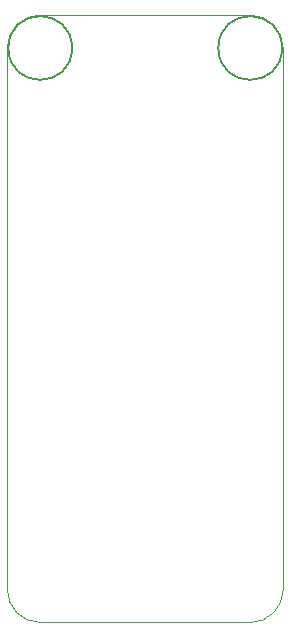
<source format=gbr>
%TF.GenerationSoftware,KiCad,Pcbnew,5.1.5+dfsg1-2~bpo10+1*%
%TF.CreationDate,Date%
%TF.ProjectId,ProMicro_WING,50726f4d-6963-4726-9f5f-57494e472e6b,v1.0*%
%TF.SameCoordinates,Original*%
%TF.FileFunction,Other,Comment*%
%FSLAX45Y45*%
G04 Gerber Fmt 4.5, Leading zero omitted, Abs format (unit mm)*
G04 Created by KiCad*
%MOMM*%
%LPD*%
G04 APERTURE LIST*
%ADD10C,0.050000*%
%ADD11C,0.150000*%
G04 APERTURE END LIST*
D10*
X-1930400Y4445000D02*
G75*
G02X-1651000Y4724400I279400J0D01*
G01*
X127000Y4724400D02*
G75*
G02X406400Y4445000I0J-279400D01*
G01*
X406400Y-139700D02*
G75*
G02X127000Y-419100I-279400J0D01*
G01*
X-1651000Y-419100D02*
G75*
G02X-1930400Y-139700I0J279400D01*
G01*
X-1930400Y-139700D02*
X-1930400Y4445000D01*
X127000Y-419100D02*
X-1651000Y-419100D01*
X406400Y4445000D02*
X406400Y-139700D01*
X-1651000Y4724400D02*
X127000Y4724400D01*
D11*
X397000Y4445000D02*
G75*
G03X397000Y4445000I-270000J0D01*
G01*
X-1381000Y4445000D02*
G75*
G03X-1381000Y4445000I-270000J0D01*
G01*
M02*

</source>
